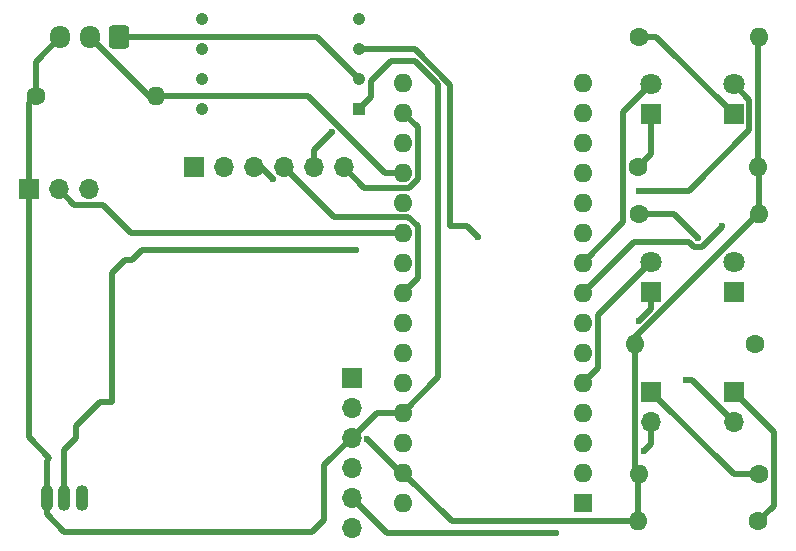
<source format=gbr>
%TF.GenerationSoftware,KiCad,Pcbnew,9.0.0*%
%TF.CreationDate,2025-03-07T20:47:00-07:00*%
%TF.ProjectId,weather_baloon,77656174-6865-4725-9f62-616c6f6f6e2e,rev?*%
%TF.SameCoordinates,Original*%
%TF.FileFunction,Copper,L1,Top*%
%TF.FilePolarity,Positive*%
%FSLAX46Y46*%
G04 Gerber Fmt 4.6, Leading zero omitted, Abs format (unit mm)*
G04 Created by KiCad (PCBNEW 9.0.0) date 2025-03-07 20:47:00*
%MOMM*%
%LPD*%
G01*
G04 APERTURE LIST*
G04 Aperture macros list*
%AMRoundRect*
0 Rectangle with rounded corners*
0 $1 Rounding radius*
0 $2 $3 $4 $5 $6 $7 $8 $9 X,Y pos of 4 corners*
0 Add a 4 corners polygon primitive as box body*
4,1,4,$2,$3,$4,$5,$6,$7,$8,$9,$2,$3,0*
0 Add four circle primitives for the rounded corners*
1,1,$1+$1,$2,$3*
1,1,$1+$1,$4,$5*
1,1,$1+$1,$6,$7*
1,1,$1+$1,$8,$9*
0 Add four rect primitives between the rounded corners*
20,1,$1+$1,$2,$3,$4,$5,0*
20,1,$1+$1,$4,$5,$6,$7,0*
20,1,$1+$1,$6,$7,$8,$9,0*
20,1,$1+$1,$8,$9,$2,$3,0*%
G04 Aperture macros list end*
%TA.AperFunction,ComponentPad*%
%ADD10C,1.600000*%
%TD*%
%TA.AperFunction,ComponentPad*%
%ADD11O,1.600000X1.600000*%
%TD*%
%TA.AperFunction,ComponentPad*%
%ADD12O,1.100000X2.200000*%
%TD*%
%TA.AperFunction,ComponentPad*%
%ADD13R,1.700000X1.700000*%
%TD*%
%TA.AperFunction,ComponentPad*%
%ADD14O,1.700000X1.700000*%
%TD*%
%TA.AperFunction,ComponentPad*%
%ADD15R,1.800000X1.800000*%
%TD*%
%TA.AperFunction,ComponentPad*%
%ADD16C,1.800000*%
%TD*%
%TA.AperFunction,ComponentPad*%
%ADD17R,1.600000X1.600000*%
%TD*%
%TA.AperFunction,ComponentPad*%
%ADD18R,1.070000X1.070000*%
%TD*%
%TA.AperFunction,ComponentPad*%
%ADD19C,1.070000*%
%TD*%
%TA.AperFunction,ComponentPad*%
%ADD20RoundRect,0.250000X0.600000X0.725000X-0.600000X0.725000X-0.600000X-0.725000X0.600000X-0.725000X0*%
%TD*%
%TA.AperFunction,ComponentPad*%
%ADD21O,1.700000X1.950000*%
%TD*%
%TA.AperFunction,ViaPad*%
%ADD22C,0.600000*%
%TD*%
%TA.AperFunction,Conductor*%
%ADD23C,0.500000*%
%TD*%
G04 APERTURE END LIST*
D10*
%TO.P,R5,1*%
%TO.N,Net-(D1-K)*%
X221570000Y-78110000D03*
D11*
%TO.P,R5,2*%
%TO.N,GND*%
X231730000Y-78110000D03*
%TD*%
D12*
%TO.P,J2,1,Pin_1*%
%TO.N,GND*%
X174500000Y-106100000D03*
%TO.P,J2,2,Pin_2*%
%TO.N,/TEMP2*%
X173000000Y-106100000D03*
%TO.P,J2,3,Pin_3*%
%TO.N,+5V*%
X171500000Y-106100000D03*
%TD*%
D13*
%TO.P,D5,1,K*%
%TO.N,Net-(D5-K)*%
X222650000Y-97110000D03*
D14*
%TO.P,D5,2,A*%
%TO.N,/ORANGE_LED*%
X222650000Y-99650000D03*
%TD*%
D15*
%TO.P,D3,1,K*%
%TO.N,Net-(D3-K)*%
X222650000Y-88650000D03*
D16*
%TO.P,D3,2,A*%
%TO.N,/BLUE1_LED*%
X222650000Y-86110000D03*
%TD*%
D13*
%TO.P,ADXL1,1,Pin_1*%
%TO.N,unconnected-(ADXL1-Pin_1-Pad1)*%
X183950000Y-78110000D03*
D14*
%TO.P,ADXL1,2,Pin_2*%
%TO.N,unconnected-(ADXL1-Pin_2-Pad2)*%
X186490000Y-78110000D03*
%TO.P,ADXL1,3,Pin_3*%
%TO.N,/ACCELEROMETER_Y*%
X189030000Y-78110000D03*
%TO.P,ADXL1,4,Pin_4*%
%TO.N,/ACCELEROMETER_X*%
X191570000Y-78110000D03*
%TO.P,ADXL1,5,Pin_5*%
%TO.N,GND*%
X194110000Y-78110000D03*
%TO.P,ADXL1,6,Pin_6*%
%TO.N,+3V3*%
X196650000Y-78110000D03*
%TD*%
D10*
%TO.P,R7,1*%
%TO.N,+5V*%
X170570000Y-72110000D03*
D11*
%TO.P,R7,2*%
%TO.N,/Temp1*%
X180730000Y-72110000D03*
%TD*%
D13*
%TO.P,J3,1,Pin_1*%
%TO.N,+5V*%
X170000000Y-80000000D03*
D14*
%TO.P,J3,2,Pin_2*%
%TO.N,/HUMIDITY_SENSOR*%
X172540000Y-80000000D03*
%TO.P,J3,3,Pin_3*%
%TO.N,GND*%
X175080000Y-80000000D03*
%TD*%
D13*
%TO.P,D4,1,K*%
%TO.N,Net-(D4-K)*%
X229650000Y-97110000D03*
D14*
%TO.P,D4,2,A*%
%TO.N,/BLUE2_LED*%
X229650000Y-99650000D03*
%TD*%
D15*
%TO.P,D6,1,K*%
%TO.N,Net-(D6-K)*%
X229650000Y-88650000D03*
D16*
%TO.P,D6,2,A*%
%TO.N,/YELLOW_LED*%
X229650000Y-86110000D03*
%TD*%
D17*
%TO.P,A1,1,D1/TX*%
%TO.N,/OPEN_LOG*%
X216890000Y-106510000D03*
D11*
%TO.P,A1,2,D0/RX*%
%TO.N,unconnected-(A1-D0{slash}RX-Pad2)*%
X216890000Y-103970000D03*
%TO.P,A1,3,~{RESET}*%
%TO.N,unconnected-(A1-~{RESET}-Pad3)*%
X216890000Y-101430000D03*
%TO.P,A1,4,GND*%
%TO.N,unconnected-(A1-GND-Pad4)*%
X216890000Y-98890000D03*
%TO.P,A1,5,D2*%
%TO.N,/BLUE1_LED*%
X216890000Y-96350000D03*
%TO.P,A1,6,D3*%
%TO.N,/BLUE2_LED*%
X216890000Y-93810000D03*
%TO.P,A1,7,D4*%
%TO.N,/ORANGE_LED*%
X216890000Y-91270000D03*
%TO.P,A1,8,D5*%
%TO.N,/YELLOW_LED*%
X216890000Y-88730000D03*
%TO.P,A1,9,D6*%
%TO.N,/RED_LED*%
X216890000Y-86190000D03*
%TO.P,A1,10,D7*%
%TO.N,/GREEN_LED*%
X216890000Y-83650000D03*
%TO.P,A1,11,D8*%
%TO.N,unconnected-(A1-D8-Pad11)*%
X216890000Y-81110000D03*
%TO.P,A1,12,D9*%
%TO.N,unconnected-(A1-D9-Pad12)*%
X216890000Y-78570000D03*
%TO.P,A1,13,D10*%
%TO.N,unconnected-(A1-D10-Pad13)*%
X216890000Y-76030000D03*
%TO.P,A1,14,D11*%
%TO.N,unconnected-(A1-D11-Pad14)*%
X216890000Y-73490000D03*
%TO.P,A1,15,D12*%
%TO.N,unconnected-(A1-D12-Pad15)*%
X216890000Y-70950000D03*
%TO.P,A1,16,D13*%
%TO.N,unconnected-(A1-D13-Pad16)*%
X201650000Y-70950000D03*
%TO.P,A1,17,3V3*%
%TO.N,+3V3*%
X201650000Y-73490000D03*
%TO.P,A1,18,AREF*%
%TO.N,unconnected-(A1-AREF-Pad18)*%
X201650000Y-76030000D03*
%TO.P,A1,19,A0*%
%TO.N,/Temp1*%
X201650000Y-78570000D03*
%TO.P,A1,20,A1*%
%TO.N,/TEMP2*%
X201650000Y-81110000D03*
%TO.P,A1,21,A2*%
%TO.N,/HUMIDITY_SENSOR*%
X201650000Y-83650000D03*
%TO.P,A1,22,A3*%
%TO.N,/PRESSURE_SENSOR*%
X201650000Y-86190000D03*
%TO.P,A1,23,A4*%
%TO.N,/ACCELEROMETER_X*%
X201650000Y-88730000D03*
%TO.P,A1,24,A5*%
%TO.N,/ACCELEROMETER_Y*%
X201650000Y-91270000D03*
%TO.P,A1,25,A6*%
%TO.N,unconnected-(A1-A6-Pad25)*%
X201650000Y-93810000D03*
%TO.P,A1,26,A7*%
%TO.N,unconnected-(A1-A7-Pad26)*%
X201650000Y-96350000D03*
%TO.P,A1,27,+5V*%
%TO.N,+5V*%
X201650000Y-98890000D03*
%TO.P,A1,28,~{RESET}*%
%TO.N,unconnected-(A1-~{RESET}-Pad28)*%
X201650000Y-101430000D03*
%TO.P,A1,29,GND*%
%TO.N,GND*%
X201650000Y-103970000D03*
%TO.P,A1,30,VIN*%
%TO.N,VCC*%
X201650000Y-106510000D03*
%TD*%
D18*
%TO.P,U3,1,Vcc*%
%TO.N,+5V*%
X197950000Y-73190000D03*
D19*
%TO.P,U3,2,GND*%
%TO.N,GND*%
X197950000Y-70650000D03*
%TO.P,U3,3,Vout*%
%TO.N,/PRESSURE_SENSOR*%
X197950000Y-68110000D03*
%TO.P,U3,4,NC*%
%TO.N,unconnected-(U3-NC-Pad4)*%
X197950000Y-65570000D03*
%TO.P,U3,5,NC*%
%TO.N,unconnected-(U3-NC-Pad5)*%
X184650000Y-65570000D03*
%TO.P,U3,6,NC*%
%TO.N,unconnected-(U3-NC-Pad6)*%
X184650000Y-68110000D03*
%TO.P,U3,7*%
%TO.N,N/C*%
X184650000Y-70650000D03*
%TO.P,U3,8*%
X184650000Y-73190000D03*
%TD*%
D15*
%TO.P,D2,1,K*%
%TO.N,Net-(D2-K)*%
X229650000Y-73650000D03*
D16*
%TO.P,D2,2,A*%
%TO.N,/GREEN_LED*%
X229650000Y-71110000D03*
%TD*%
D13*
%TO.P,OPEN_LOG1,1,Pin_1*%
%TO.N,unconnected-(OPEN_LOG1-Pin_1-Pad1)*%
X197310000Y-95950000D03*
D14*
%TO.P,OPEN_LOG1,2,Pin_2*%
%TO.N,GND*%
X197310000Y-98490000D03*
%TO.P,OPEN_LOG1,3,Pin_3*%
%TO.N,+5V*%
X197310000Y-101030000D03*
%TO.P,OPEN_LOG1,4,Pin_4*%
%TO.N,unconnected-(OPEN_LOG1-Pin_4-Pad4)*%
X197310000Y-103570000D03*
%TO.P,OPEN_LOG1,5,Pin_5*%
%TO.N,/OPEN_LOG*%
X197310000Y-106110000D03*
%TO.P,OPEN_LOG1,6,Pin_6*%
%TO.N,unconnected-(OPEN_LOG1-Pin_6-Pad6)*%
X197310000Y-108650000D03*
%TD*%
D10*
%TO.P,R3,1*%
%TO.N,Net-(D4-K)*%
X231730000Y-108110000D03*
D11*
%TO.P,R3,2*%
%TO.N,GND*%
X221570000Y-108110000D03*
%TD*%
D10*
%TO.P,R1,1*%
%TO.N,Net-(D6-K)*%
X221650000Y-82110000D03*
D11*
%TO.P,R1,2*%
%TO.N,GND*%
X231810000Y-82110000D03*
%TD*%
D15*
%TO.P,D1,1,K*%
%TO.N,Net-(D1-K)*%
X222650000Y-73650000D03*
D16*
%TO.P,D1,2,A*%
%TO.N,/RED_LED*%
X222650000Y-71110000D03*
%TD*%
D10*
%TO.P,R4,1*%
%TO.N,Net-(D2-K)*%
X221650000Y-67110000D03*
D11*
%TO.P,R4,2*%
%TO.N,GND*%
X231810000Y-67110000D03*
%TD*%
D10*
%TO.P,R6,1*%
%TO.N,Net-(D3-K)*%
X231480000Y-93110000D03*
D11*
%TO.P,R6,2*%
%TO.N,GND*%
X221320000Y-93110000D03*
%TD*%
D10*
%TO.P,R2,1*%
%TO.N,Net-(D5-K)*%
X231810000Y-104110000D03*
D11*
%TO.P,R2,2*%
%TO.N,GND*%
X221650000Y-104110000D03*
%TD*%
D20*
%TO.P,J1,1,Pin_1*%
%TO.N,GND*%
X177650000Y-67110000D03*
D21*
%TO.P,J1,2,Pin_2*%
%TO.N,/Temp1*%
X175150000Y-67110000D03*
%TO.P,J1,3,Pin_3*%
%TO.N,+5V*%
X172650000Y-67110000D03*
%TD*%
D22*
%TO.N,/BLUE2_LED*%
X225650000Y-96110000D03*
%TO.N,/GREEN_LED*%
X221650000Y-80110000D03*
%TO.N,/YELLOW_LED*%
X228650000Y-83110000D03*
%TO.N,/OPEN_LOG*%
X214650000Y-109110000D03*
%TO.N,GND*%
X198657603Y-101110454D03*
X195619669Y-75140331D03*
%TO.N,/ACCELEROMETER_Y*%
X190650000Y-79110000D03*
%TO.N,/ORANGE_LED*%
X222070000Y-102110000D03*
%TO.N,/PRESSURE_SENSOR*%
X208000000Y-84000000D03*
%TO.N,/TEMP2*%
X197650000Y-85110000D03*
%TO.N,Net-(D3-K)*%
X221650000Y-91110000D03*
%TO.N,Net-(D6-K)*%
X226650000Y-84110000D03*
%TD*%
D23*
%TO.N,/HUMIDITY_SENSOR*%
X178650000Y-83650000D02*
X201650000Y-83650000D01*
X172540000Y-80000000D02*
X173841000Y-81301000D01*
X176301000Y-81301000D02*
X178650000Y-83650000D01*
X173841000Y-81301000D02*
X176301000Y-81301000D01*
%TO.N,/BLUE2_LED*%
X229650000Y-99650000D02*
X226110000Y-96110000D01*
X226110000Y-96110000D02*
X225650000Y-96110000D01*
%TO.N,/GREEN_LED*%
X225892000Y-80110000D02*
X221650000Y-80110000D01*
X231001000Y-75001000D02*
X225892000Y-80110000D01*
X231001000Y-72461000D02*
X231001000Y-75001000D01*
X229650000Y-71110000D02*
X231001000Y-72461000D01*
%TO.N,/YELLOW_LED*%
X226338925Y-84861000D02*
X226961075Y-84861000D01*
X216890000Y-88730000D02*
X221198925Y-84421075D01*
X221198925Y-84421075D02*
X225899000Y-84421075D01*
X228650000Y-83172075D02*
X228650000Y-83110000D01*
X226961075Y-84861000D02*
X228650000Y-83172075D01*
X225899000Y-84421075D02*
X226338925Y-84861000D01*
%TO.N,/OPEN_LOG*%
X197310000Y-106110000D02*
X200310000Y-109110000D01*
X200310000Y-109110000D02*
X214650000Y-109110000D01*
%TO.N,/Temp1*%
X180730000Y-72110000D02*
X193650000Y-72110000D01*
X200110000Y-78570000D02*
X201650000Y-78570000D01*
X180150000Y-72110000D02*
X175150000Y-67110000D01*
X193650000Y-72110000D02*
X200110000Y-78570000D01*
X180730000Y-72110000D02*
X180150000Y-72110000D01*
%TO.N,/ACCELEROMETER_X*%
X202901000Y-87479000D02*
X201650000Y-88730000D01*
X202901000Y-83131818D02*
X202901000Y-87479000D01*
X191570000Y-78110000D02*
X195821000Y-82361000D01*
X195821000Y-82361000D02*
X202130182Y-82361000D01*
X202130182Y-82361000D02*
X202901000Y-83131818D01*
%TO.N,GND*%
X231810000Y-82110000D02*
X231810000Y-78190000D01*
X231730000Y-78110000D02*
X231730000Y-67190000D01*
X194410000Y-67110000D02*
X177650000Y-67110000D01*
X221570000Y-108110000D02*
X221570000Y-104190000D01*
X221320000Y-93110000D02*
X221320000Y-92529397D01*
X194110000Y-76650000D02*
X195619669Y-75140331D01*
X194110000Y-78110000D02*
X194110000Y-76650000D01*
X201517149Y-103970000D02*
X198657603Y-101110454D01*
X221320000Y-103780000D02*
X221320000Y-93110000D01*
X197950000Y-70650000D02*
X194410000Y-67110000D01*
X201650000Y-103970000D02*
X205790000Y-108110000D01*
X205790000Y-108110000D02*
X221570000Y-108110000D01*
X221320000Y-92529397D02*
X231739397Y-82110000D01*
%TO.N,/ACCELEROMETER_Y*%
X189030000Y-78110000D02*
X189650000Y-78110000D01*
X189650000Y-78110000D02*
X190650000Y-79110000D01*
%TO.N,/ORANGE_LED*%
X222650000Y-99650000D02*
X222650000Y-101530000D01*
X222650000Y-101530000D02*
X222070000Y-102110000D01*
%TO.N,/PRESSURE_SENSOR*%
X207110000Y-83110000D02*
X208000000Y-84000000D01*
X205650000Y-83110000D02*
X207110000Y-83110000D01*
X205650000Y-71118636D02*
X205650000Y-83110000D01*
X202641364Y-68110000D02*
X205650000Y-71118636D01*
X197950000Y-68110000D02*
X202641364Y-68110000D01*
%TO.N,/TEMP2*%
X174000000Y-100000000D02*
X176000000Y-98000000D01*
X178712075Y-86000000D02*
X179602075Y-85110000D01*
X177000000Y-87110000D02*
X178110000Y-86000000D01*
X174000000Y-101060662D02*
X174000000Y-100000000D01*
X173000000Y-102060662D02*
X174000000Y-101060662D01*
X178110000Y-86000000D02*
X178712075Y-86000000D01*
X176000000Y-98000000D02*
X177000000Y-98000000D01*
X173000000Y-106100000D02*
X173000000Y-102060662D01*
X179602075Y-85110000D02*
X197650000Y-85110000D01*
X177000000Y-98000000D02*
X177000000Y-87110000D01*
%TO.N,/BLUE1_LED*%
X218141000Y-95099000D02*
X216890000Y-96350000D01*
X218141000Y-90619000D02*
X218141000Y-95099000D01*
X222650000Y-86110000D02*
X218141000Y-90619000D01*
%TO.N,/RED_LED*%
X220319000Y-82761000D02*
X216890000Y-86190000D01*
X222650000Y-71110000D02*
X220319000Y-73441000D01*
X220319000Y-73441000D02*
X220319000Y-82761000D01*
%TO.N,Net-(D1-K)*%
X222650000Y-73650000D02*
X222650000Y-77030000D01*
X222650000Y-77030000D02*
X221570000Y-78110000D01*
%TO.N,Net-(D2-K)*%
X223110000Y-67110000D02*
X229650000Y-73650000D01*
X221650000Y-67110000D02*
X223110000Y-67110000D01*
%TO.N,Net-(D3-K)*%
X222650000Y-90110000D02*
X221650000Y-91110000D01*
X222650000Y-88650000D02*
X222650000Y-90110000D01*
%TO.N,Net-(D4-K)*%
X233061000Y-100521000D02*
X229650000Y-97110000D01*
X233061000Y-106779000D02*
X233061000Y-100521000D01*
X231730000Y-108110000D02*
X233061000Y-106779000D01*
%TO.N,Net-(D5-K)*%
X231810000Y-104110000D02*
X229650000Y-104110000D01*
X229650000Y-104110000D02*
X222650000Y-97110000D01*
%TO.N,Net-(D6-K)*%
X224650000Y-82110000D02*
X226650000Y-84110000D01*
X221650000Y-82110000D02*
X224650000Y-82110000D01*
%TO.N,+3V3*%
X202901000Y-79099000D02*
X202141000Y-79859000D01*
X202901000Y-74741000D02*
X202901000Y-79099000D01*
X198399000Y-79859000D02*
X196650000Y-78110000D01*
X201650000Y-73490000D02*
X202901000Y-74741000D01*
X202141000Y-79859000D02*
X198399000Y-79859000D01*
%TO.N,+5V*%
X197950000Y-73190000D02*
X198936000Y-72204000D01*
X198936000Y-72204000D02*
X198936000Y-70824000D01*
X195000000Y-103340000D02*
X197310000Y-101030000D01*
X170570000Y-72110000D02*
X170570000Y-69190000D01*
X197310000Y-101030000D02*
X199450000Y-98890000D01*
X171500000Y-102960000D02*
X171500000Y-106100000D01*
X202650000Y-69110000D02*
X204650000Y-71110000D01*
X171730000Y-102730000D02*
X170000000Y-101000000D01*
X170000000Y-80000000D02*
X170000000Y-72680000D01*
X194000000Y-109000000D02*
X195000000Y-108000000D01*
X170570000Y-69190000D02*
X172650000Y-67110000D01*
X170000000Y-101000000D02*
X170000000Y-80000000D01*
X171730000Y-102730000D02*
X171500000Y-102960000D01*
X204650000Y-95890000D02*
X201650000Y-98890000D01*
X171500000Y-107500000D02*
X173000000Y-109000000D01*
X171500000Y-106100000D02*
X171500000Y-107500000D01*
X173000000Y-109000000D02*
X194000000Y-109000000D01*
X204650000Y-71110000D02*
X204650000Y-95890000D01*
X170000000Y-72680000D02*
X170570000Y-72110000D01*
X199450000Y-98890000D02*
X201650000Y-98890000D01*
X200650000Y-69110000D02*
X202650000Y-69110000D01*
X195000000Y-108000000D02*
X195000000Y-103340000D01*
X198936000Y-70824000D02*
X200650000Y-69110000D01*
%TD*%
M02*

</source>
